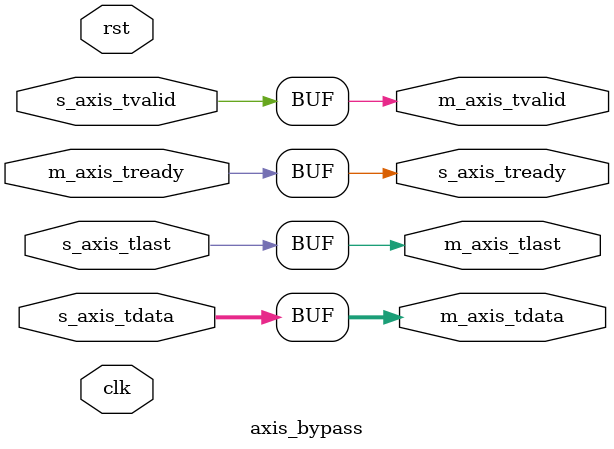
<source format=v>
/*

Copyright (c) 2013-2023 Alex Forencich

Permission is hereby granted, free of charge, to any person obtaining a copy
of this software and associated documentation files (the "Software"), to deal
in the Software without restriction, including without limitation the rights
to use, copy, modify, merge, publish, distribute, sublicense, and/or sell
copies of the Software, and to permit persons to whom the Software is
furnished to do so, subject to the following conditions:

The above copyright notice and this permission notice shall be included in
all copies or substantial portions of the Software.

THE SOFTWARE IS PROVIDED "AS IS", WITHOUT WARRANTY OF ANY KIND, EXPRESS OR
IMPLIED, INCLUDING BUT NOT LIMITED TO THE WARRANTIES OF MERCHANTABILITY
FITNESS FOR A PARTICULAR PURPOSE AND NONINFRINGEMENT. IN NO EVENT SHALL THE
AUTHORS OR COPYRIGHT HOLDERS BE LIABLE FOR ANY CLAIM, DAMAGES OR OTHER
LIABILITY, WHETHER IN AN ACTION OF CONTRACT, TORT OR OTHERWISE, ARISING FROM,
OUT OF OR IN CONNECTION WITH THE SOFTWARE OR THE USE OR OTHER DEALINGS IN
THE SOFTWARE.

*/

// Language: Verilog 2001

`resetall
`timescale 1ns / 1ps
`default_nettype none

/*
 * AXI4-Stream FIFO
 */
module axis_bypass #
(
    parameter DATA_WIDTH = 32
)
(
    input  wire                   clk,
    input  wire                   rst,

    /*
     * AXI input
     */
    input  wire [DATA_WIDTH-1:0]  s_axis_tdata,
    input  wire                   s_axis_tvalid,
    output wire                   s_axis_tready,
    input  wire                   s_axis_tlast,

    /*
     * AXI output
     */
    output wire [DATA_WIDTH-1:0]  m_axis_tdata,
    output wire                   m_axis_tvalid,
    input  wire                   m_axis_tready,
    output wire                   m_axis_tlast
);

    assign m_axis_tdata  = s_axis_tdata;
    assign m_axis_tvalid = s_axis_tvalid;
    assign m_axis_tlast  = s_axis_tlast;
    assign s_axis_tready = m_axis_tready;

endmodule

`resetall
</source>
